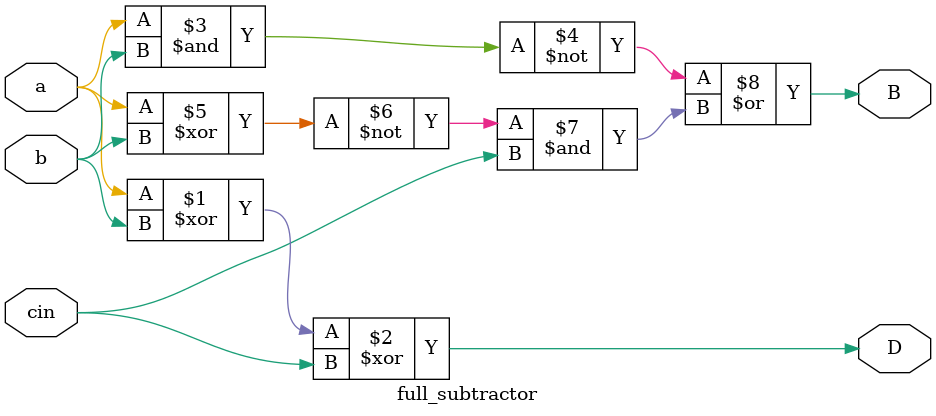
<source format=v>
module full_subtractor(input a,b,cin,output D,B);
  assign D=(a^b^cin);
  assign B=~(a&b)|(~(a^b)&cin);
endmodule

</source>
